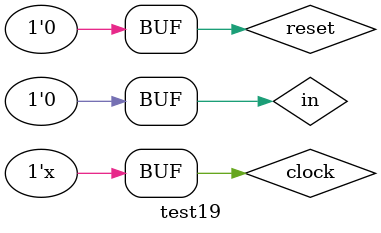
<source format=v>
module test19; 

reg clock, reset, in;
wire out;

  my_fsm U0 ( 
  .clock (clock),
  .reset (reset),
  .in    (in),
  .out  (out) 
  ); 
   
 
initial begin
  clock = 1;
  reset = 1;
  in = 0;
  $display("Starting simulation...");
  #2;
  reset = 0;
  #2;
  if (out !== 1'b0) $display("Failed 1"); 
  
  in = 0;
  #2;
  if (out !== 1'b0) $display("Failed 2"); 
  
  #2;
  if (out !== 1'b0) $display("Failed 3");  
  $display("Done...");
end 
  

always begin
   #1 clock = !clock;
end
   
endmodule
</source>
